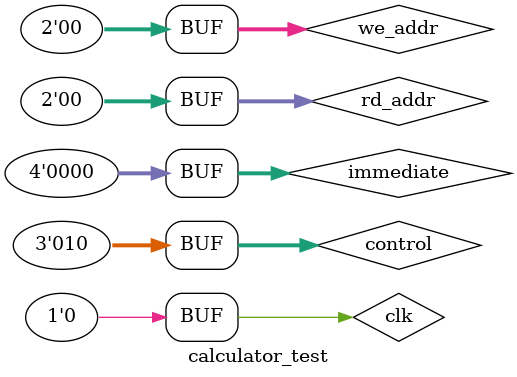
<source format=v>
`include "calculator.v"

module calculator_test();
  reg [1:0] rd_addr, we_addr;
  reg [2:0] control;
  reg signed [3:0] immediate;
  wire signed [3:0] rd_data;
  reg clk;

  calculator calc(clk, rd_addr, immediate, we_addr, control, rd_data);

  initial begin
    $monitor("rd_data=%d", rd_data);
    // r0 = r0 + 2;
    #5;
    clk = 1;
    // r0 = r0 + 2;
    control = 3'b010;
    immediate = 2;
    rd_addr = 2'b00;
    we_addr = 2'b00;
    #5;
    clk = 0;
    // r1 = r0 - (-2);
    #5;
    clk = 1;
    control = 3'b110;
    rd_addr = 2'b00;
    we_addr = 2'b01;
    immediate = -2;
    #5;
    clk = 0;
    // r2 = r1 & 1
    #5;
    clk = 1;
    control = 3'b000;
    immediate = 1;
    rd_addr = 2'b01;
    we_addr = 2'b10;
    #5;
    clk = 0;
    // r2 = r2 + 0;
    #5;
    clk = 1;
    control = 3'b010;
    immediate = 0;
    rd_addr = 2'b10;
    we_addr = 2'b10;
    #5;
    clk = 0;
    // r3 = r1(=4) < 7
    #5;
    clk = 1;
    control = 3'b111;
    immediate = 7;
    rd_addr = 2'b01;
    we_addr = 2'b11;
    #5;
    clk = 0;
    // r3 = r3 + 0
    #5;
    clk = 1;
    control = 3'b010;
    immediate = 0;
    rd_addr = 2'b11;
    we_addr = 2'b11;
    #5;
    clk = 0;
    // r2 = r1 + (-8)
    #5;
    clk = 1;
    control = 3'b010;
    immediate = -8;
    rd_addr = 2'b01;
    we_addr = 2'b10;
    #5;
    clk = 0;
    // r2 = r2 - 4;
    #5;
    clk = 1;
    control = 3'b110;
    immediate = 4;
    rd_addr = 2'b10;
    we_addr = 2'b10;
    #5;
    clk = 0;
    // r2 = r2 + 0;
    #5;
    clk = 1;
    control = 3'b010;
    immediate = 0;
    rd_addr = 2'b10;
    we_addr = 2'b10;
    #5;
    clk = 0;
    // r0 = r2(=-8) < 7
    #5;
    clk = 1;
    control = 3'b111;
    immediate = 7;
    rd_addr = 2'b10;
    we_addr = 2'b00;
    #5;
    clk = 0;
    // r0 = r0 + 0;
    #5;
    clk = 1;
    control = 3'b010;
    immediate = 0;
    rd_addr = 2'b00;
    we_addr = 2'b00;
    #5;
    clk = 0;
  end
endmodule
</source>
